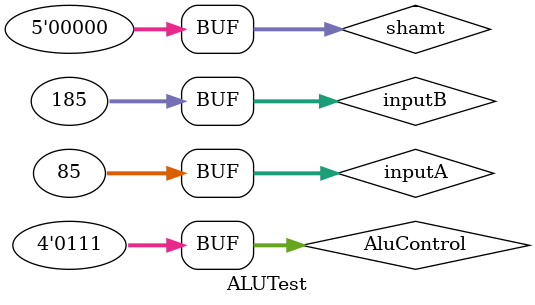
<source format=v>
`timescale 1ns / 1ps
module ALUTest;

	// Inputs
	reg [31:0] inputA;
	reg [31:0] inputB;
	reg [3:0] AluControl;
	reg [4:0] shamt;

	// Outputs
	wire [31:0] aluOut;
	wire zero;

	// Instantiate the Unit Under Test (UUT)
	ALU uut (
		.inputA(inputA), 
		.inputB(inputB), 
		.AluControl(AluControl), 
		.shamt(shamt), 
		.aluOut(aluOut), 
		.zero(zero)
	);

	initial begin
		inputA = 789;
		inputB = 5;
		AluControl = 0;
		shamt = 0;

		
		#100;
		
		inputA = 777;
		inputB = 77;
		AluControl = 4'b0001;
		shamt = 0;

		
		#100;
		
		inputA = 0;
		inputB = 0;
		AluControl = 4'b0010;
		shamt = 0;

		
		#100;
		
		inputA = 90;
		inputB = 0;
		AluControl = 4'b0011;
		shamt = 3;

		
		#100;
		
		inputA = 8888;
		inputB = 0;
		AluControl = 4'b0100;
		shamt = 5;

		
		#100;
		
		inputA = -1;
		inputB = 8;
		AluControl = 4'b0101;
		shamt = 0;

		
		#100;
		
		inputA = 0;
		inputB = 85;
		AluControl = 4'b0110;
		shamt = 0;

		
		#100;
		
		inputA = 95;
		inputB = 45;
		AluControl = 4'b0111;
		shamt = 0;

		
		#100;
		
		inputA = 85;
		inputB = 185;
		AluControl = 4'b0111;
		shamt = 0;

		
		#100;
        
		

	end
      
endmodule


</source>
